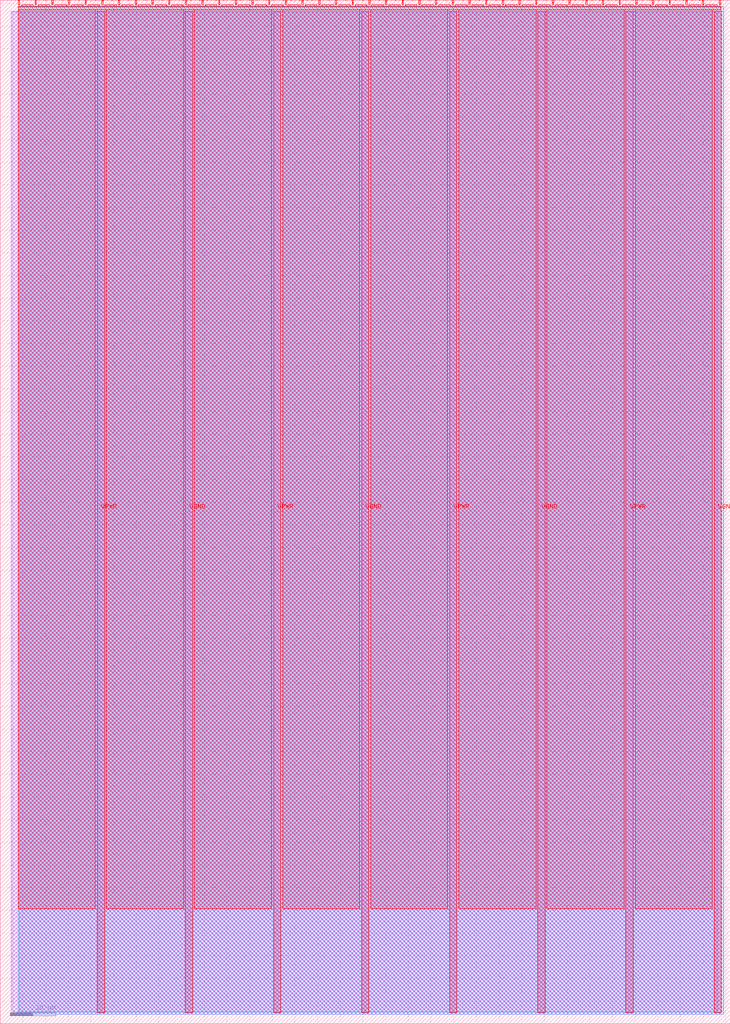
<source format=lef>
VERSION 5.7 ;
  NOWIREEXTENSIONATPIN ON ;
  DIVIDERCHAR "/" ;
  BUSBITCHARS "[]" ;
MACRO tt_um_litneet64_ro_puf
  CLASS BLOCK ;
  FOREIGN tt_um_litneet64_ro_puf ;
  ORIGIN 0.000 0.000 ;
  SIZE 161.000 BY 225.760 ;
  PIN VGND
    DIRECTION INOUT ;
    USE GROUND ;
    PORT
      LAYER met4 ;
        RECT 40.830 2.480 42.430 223.280 ;
    END
    PORT
      LAYER met4 ;
        RECT 79.700 2.480 81.300 223.280 ;
    END
    PORT
      LAYER met4 ;
        RECT 118.570 2.480 120.170 223.280 ;
    END
    PORT
      LAYER met4 ;
        RECT 157.440 2.480 159.040 223.280 ;
    END
  END VGND
  PIN VPWR
    DIRECTION INOUT ;
    USE POWER ;
    PORT
      LAYER met4 ;
        RECT 21.395 2.480 22.995 223.280 ;
    END
    PORT
      LAYER met4 ;
        RECT 60.265 2.480 61.865 223.280 ;
    END
    PORT
      LAYER met4 ;
        RECT 99.135 2.480 100.735 223.280 ;
    END
    PORT
      LAYER met4 ;
        RECT 138.005 2.480 139.605 223.280 ;
    END
  END VPWR
  PIN clk
    DIRECTION INPUT ;
    USE SIGNAL ;
    ANTENNAGATEAREA 0.852000 ;
    PORT
      LAYER met4 ;
        RECT 154.870 224.760 155.170 225.760 ;
    END
  END clk
  PIN ena
    DIRECTION INPUT ;
    USE SIGNAL ;
    ANTENNAGATEAREA 0.744000 ;
    PORT
      LAYER met4 ;
        RECT 158.550 224.760 158.850 225.760 ;
    END
  END ena
  PIN rst_n
    DIRECTION INPUT ;
    USE SIGNAL ;
    ANTENNAGATEAREA 0.213000 ;
    PORT
      LAYER met4 ;
        RECT 151.190 224.760 151.490 225.760 ;
    END
  END rst_n
  PIN ui_in[0]
    DIRECTION INPUT ;
    USE SIGNAL ;
    ANTENNAGATEAREA 0.213000 ;
    PORT
      LAYER met4 ;
        RECT 147.510 224.760 147.810 225.760 ;
    END
  END ui_in[0]
  PIN ui_in[1]
    DIRECTION INPUT ;
    USE SIGNAL ;
    ANTENNAGATEAREA 0.213000 ;
    PORT
      LAYER met4 ;
        RECT 143.830 224.760 144.130 225.760 ;
    END
  END ui_in[1]
  PIN ui_in[2]
    DIRECTION INPUT ;
    USE SIGNAL ;
    ANTENNAGATEAREA 0.213000 ;
    PORT
      LAYER met4 ;
        RECT 140.150 224.760 140.450 225.760 ;
    END
  END ui_in[2]
  PIN ui_in[3]
    DIRECTION INPUT ;
    USE SIGNAL ;
    ANTENNAGATEAREA 0.213000 ;
    PORT
      LAYER met4 ;
        RECT 136.470 224.760 136.770 225.760 ;
    END
  END ui_in[3]
  PIN ui_in[4]
    DIRECTION INPUT ;
    USE SIGNAL ;
    ANTENNAGATEAREA 0.213000 ;
    PORT
      LAYER met4 ;
        RECT 132.790 224.760 133.090 225.760 ;
    END
  END ui_in[4]
  PIN ui_in[5]
    DIRECTION INPUT ;
    USE SIGNAL ;
    ANTENNAGATEAREA 0.213000 ;
    PORT
      LAYER met4 ;
        RECT 129.110 224.760 129.410 225.760 ;
    END
  END ui_in[5]
  PIN ui_in[6]
    DIRECTION INPUT ;
    USE SIGNAL ;
    ANTENNAGATEAREA 0.213000 ;
    PORT
      LAYER met4 ;
        RECT 125.430 224.760 125.730 225.760 ;
    END
  END ui_in[6]
  PIN ui_in[7]
    DIRECTION INPUT ;
    USE SIGNAL ;
    ANTENNAGATEAREA 0.213000 ;
    PORT
      LAYER met4 ;
        RECT 121.750 224.760 122.050 225.760 ;
    END
  END ui_in[7]
  PIN uio_in[0]
    DIRECTION INPUT ;
    USE SIGNAL ;
    PORT
      LAYER met4 ;
        RECT 118.070 224.760 118.370 225.760 ;
    END
  END uio_in[0]
  PIN uio_in[1]
    DIRECTION INPUT ;
    USE SIGNAL ;
    PORT
      LAYER met4 ;
        RECT 114.390 224.760 114.690 225.760 ;
    END
  END uio_in[1]
  PIN uio_in[2]
    DIRECTION INPUT ;
    USE SIGNAL ;
    PORT
      LAYER met4 ;
        RECT 110.710 224.760 111.010 225.760 ;
    END
  END uio_in[2]
  PIN uio_in[3]
    DIRECTION INPUT ;
    USE SIGNAL ;
    PORT
      LAYER met4 ;
        RECT 107.030 224.760 107.330 225.760 ;
    END
  END uio_in[3]
  PIN uio_in[4]
    DIRECTION INPUT ;
    USE SIGNAL ;
    PORT
      LAYER met4 ;
        RECT 103.350 224.760 103.650 225.760 ;
    END
  END uio_in[4]
  PIN uio_in[5]
    DIRECTION INPUT ;
    USE SIGNAL ;
    PORT
      LAYER met4 ;
        RECT 99.670 224.760 99.970 225.760 ;
    END
  END uio_in[5]
  PIN uio_in[6]
    DIRECTION INPUT ;
    USE SIGNAL ;
    PORT
      LAYER met4 ;
        RECT 95.990 224.760 96.290 225.760 ;
    END
  END uio_in[6]
  PIN uio_in[7]
    DIRECTION INPUT ;
    USE SIGNAL ;
    PORT
      LAYER met4 ;
        RECT 92.310 224.760 92.610 225.760 ;
    END
  END uio_in[7]
  PIN uio_oe[0]
    DIRECTION OUTPUT TRISTATE ;
    USE SIGNAL ;
    PORT
      LAYER met4 ;
        RECT 29.750 224.760 30.050 225.760 ;
    END
  END uio_oe[0]
  PIN uio_oe[1]
    DIRECTION OUTPUT TRISTATE ;
    USE SIGNAL ;
    PORT
      LAYER met4 ;
        RECT 26.070 224.760 26.370 225.760 ;
    END
  END uio_oe[1]
  PIN uio_oe[2]
    DIRECTION OUTPUT TRISTATE ;
    USE SIGNAL ;
    PORT
      LAYER met4 ;
        RECT 22.390 224.760 22.690 225.760 ;
    END
  END uio_oe[2]
  PIN uio_oe[3]
    DIRECTION OUTPUT TRISTATE ;
    USE SIGNAL ;
    PORT
      LAYER met4 ;
        RECT 18.710 224.760 19.010 225.760 ;
    END
  END uio_oe[3]
  PIN uio_oe[4]
    DIRECTION OUTPUT TRISTATE ;
    USE SIGNAL ;
    PORT
      LAYER met4 ;
        RECT 15.030 224.760 15.330 225.760 ;
    END
  END uio_oe[4]
  PIN uio_oe[5]
    DIRECTION OUTPUT TRISTATE ;
    USE SIGNAL ;
    PORT
      LAYER met4 ;
        RECT 11.350 224.760 11.650 225.760 ;
    END
  END uio_oe[5]
  PIN uio_oe[6]
    DIRECTION OUTPUT TRISTATE ;
    USE SIGNAL ;
    PORT
      LAYER met4 ;
        RECT 7.670 224.760 7.970 225.760 ;
    END
  END uio_oe[6]
  PIN uio_oe[7]
    DIRECTION OUTPUT TRISTATE ;
    USE SIGNAL ;
    PORT
      LAYER met4 ;
        RECT 3.990 224.760 4.290 225.760 ;
    END
  END uio_oe[7]
  PIN uio_out[0]
    DIRECTION OUTPUT TRISTATE ;
    USE SIGNAL ;
    PORT
      LAYER met4 ;
        RECT 59.190 224.760 59.490 225.760 ;
    END
  END uio_out[0]
  PIN uio_out[1]
    DIRECTION OUTPUT TRISTATE ;
    USE SIGNAL ;
    PORT
      LAYER met4 ;
        RECT 55.510 224.760 55.810 225.760 ;
    END
  END uio_out[1]
  PIN uio_out[2]
    DIRECTION OUTPUT TRISTATE ;
    USE SIGNAL ;
    PORT
      LAYER met4 ;
        RECT 51.830 224.760 52.130 225.760 ;
    END
  END uio_out[2]
  PIN uio_out[3]
    DIRECTION OUTPUT TRISTATE ;
    USE SIGNAL ;
    PORT
      LAYER met4 ;
        RECT 48.150 224.760 48.450 225.760 ;
    END
  END uio_out[3]
  PIN uio_out[4]
    DIRECTION OUTPUT TRISTATE ;
    USE SIGNAL ;
    PORT
      LAYER met4 ;
        RECT 44.470 224.760 44.770 225.760 ;
    END
  END uio_out[4]
  PIN uio_out[5]
    DIRECTION OUTPUT TRISTATE ;
    USE SIGNAL ;
    PORT
      LAYER met4 ;
        RECT 40.790 224.760 41.090 225.760 ;
    END
  END uio_out[5]
  PIN uio_out[6]
    DIRECTION OUTPUT TRISTATE ;
    USE SIGNAL ;
    PORT
      LAYER met4 ;
        RECT 37.110 224.760 37.410 225.760 ;
    END
  END uio_out[6]
  PIN uio_out[7]
    DIRECTION OUTPUT TRISTATE ;
    USE SIGNAL ;
    PORT
      LAYER met4 ;
        RECT 33.430 224.760 33.730 225.760 ;
    END
  END uio_out[7]
  PIN uo_out[0]
    DIRECTION OUTPUT TRISTATE ;
    USE SIGNAL ;
    ANTENNADIFFAREA 0.445500 ;
    PORT
      LAYER met4 ;
        RECT 88.630 224.760 88.930 225.760 ;
    END
  END uo_out[0]
  PIN uo_out[1]
    DIRECTION OUTPUT TRISTATE ;
    USE SIGNAL ;
    ANTENNADIFFAREA 0.445500 ;
    PORT
      LAYER met4 ;
        RECT 84.950 224.760 85.250 225.760 ;
    END
  END uo_out[1]
  PIN uo_out[2]
    DIRECTION OUTPUT TRISTATE ;
    USE SIGNAL ;
    ANTENNADIFFAREA 0.445500 ;
    PORT
      LAYER met4 ;
        RECT 81.270 224.760 81.570 225.760 ;
    END
  END uo_out[2]
  PIN uo_out[3]
    DIRECTION OUTPUT TRISTATE ;
    USE SIGNAL ;
    ANTENNADIFFAREA 0.795200 ;
    PORT
      LAYER met4 ;
        RECT 77.590 224.760 77.890 225.760 ;
    END
  END uo_out[3]
  PIN uo_out[4]
    DIRECTION OUTPUT TRISTATE ;
    USE SIGNAL ;
    ANTENNADIFFAREA 0.795200 ;
    PORT
      LAYER met4 ;
        RECT 73.910 224.760 74.210 225.760 ;
    END
  END uo_out[4]
  PIN uo_out[5]
    DIRECTION OUTPUT TRISTATE ;
    USE SIGNAL ;
    ANTENNADIFFAREA 0.795200 ;
    PORT
      LAYER met4 ;
        RECT 70.230 224.760 70.530 225.760 ;
    END
  END uo_out[5]
  PIN uo_out[6]
    DIRECTION OUTPUT TRISTATE ;
    USE SIGNAL ;
    ANTENNADIFFAREA 0.445500 ;
    PORT
      LAYER met4 ;
        RECT 66.550 224.760 66.850 225.760 ;
    END
  END uo_out[6]
  PIN uo_out[7]
    DIRECTION OUTPUT TRISTATE ;
    USE SIGNAL ;
    ANTENNADIFFAREA 0.445500 ;
    PORT
      LAYER met4 ;
        RECT 62.870 224.760 63.170 225.760 ;
    END
  END uo_out[7]
  OBS
      LAYER li1 ;
        RECT 2.760 2.635 158.240 223.125 ;
      LAYER met1 ;
        RECT 2.460 2.080 159.550 223.280 ;
      LAYER met2 ;
        RECT 4.230 2.050 159.520 224.245 ;
      LAYER met3 ;
        RECT 3.950 2.555 159.030 224.225 ;
      LAYER met4 ;
        RECT 4.690 224.360 7.270 224.760 ;
        RECT 8.370 224.360 10.950 224.760 ;
        RECT 12.050 224.360 14.630 224.760 ;
        RECT 15.730 224.360 18.310 224.760 ;
        RECT 19.410 224.360 21.990 224.760 ;
        RECT 23.090 224.360 25.670 224.760 ;
        RECT 26.770 224.360 29.350 224.760 ;
        RECT 30.450 224.360 33.030 224.760 ;
        RECT 34.130 224.360 36.710 224.760 ;
        RECT 37.810 224.360 40.390 224.760 ;
        RECT 41.490 224.360 44.070 224.760 ;
        RECT 45.170 224.360 47.750 224.760 ;
        RECT 48.850 224.360 51.430 224.760 ;
        RECT 52.530 224.360 55.110 224.760 ;
        RECT 56.210 224.360 58.790 224.760 ;
        RECT 59.890 224.360 62.470 224.760 ;
        RECT 63.570 224.360 66.150 224.760 ;
        RECT 67.250 224.360 69.830 224.760 ;
        RECT 70.930 224.360 73.510 224.760 ;
        RECT 74.610 224.360 77.190 224.760 ;
        RECT 78.290 224.360 80.870 224.760 ;
        RECT 81.970 224.360 84.550 224.760 ;
        RECT 85.650 224.360 88.230 224.760 ;
        RECT 89.330 224.360 91.910 224.760 ;
        RECT 93.010 224.360 95.590 224.760 ;
        RECT 96.690 224.360 99.270 224.760 ;
        RECT 100.370 224.360 102.950 224.760 ;
        RECT 104.050 224.360 106.630 224.760 ;
        RECT 107.730 224.360 110.310 224.760 ;
        RECT 111.410 224.360 113.990 224.760 ;
        RECT 115.090 224.360 117.670 224.760 ;
        RECT 118.770 224.360 121.350 224.760 ;
        RECT 122.450 224.360 125.030 224.760 ;
        RECT 126.130 224.360 128.710 224.760 ;
        RECT 129.810 224.360 132.390 224.760 ;
        RECT 133.490 224.360 136.070 224.760 ;
        RECT 137.170 224.360 139.750 224.760 ;
        RECT 140.850 224.360 143.430 224.760 ;
        RECT 144.530 224.360 147.110 224.760 ;
        RECT 148.210 224.360 150.790 224.760 ;
        RECT 151.890 224.360 154.470 224.760 ;
        RECT 155.570 224.360 158.150 224.760 ;
        RECT 3.975 223.680 158.865 224.360 ;
        RECT 3.975 25.335 20.995 223.680 ;
        RECT 23.395 25.335 40.430 223.680 ;
        RECT 42.830 25.335 59.865 223.680 ;
        RECT 62.265 25.335 79.300 223.680 ;
        RECT 81.700 25.335 98.735 223.680 ;
        RECT 101.135 25.335 118.170 223.680 ;
        RECT 120.570 25.335 137.605 223.680 ;
        RECT 140.005 25.335 157.040 223.680 ;
  END
END tt_um_litneet64_ro_puf
END LIBRARY


</source>
